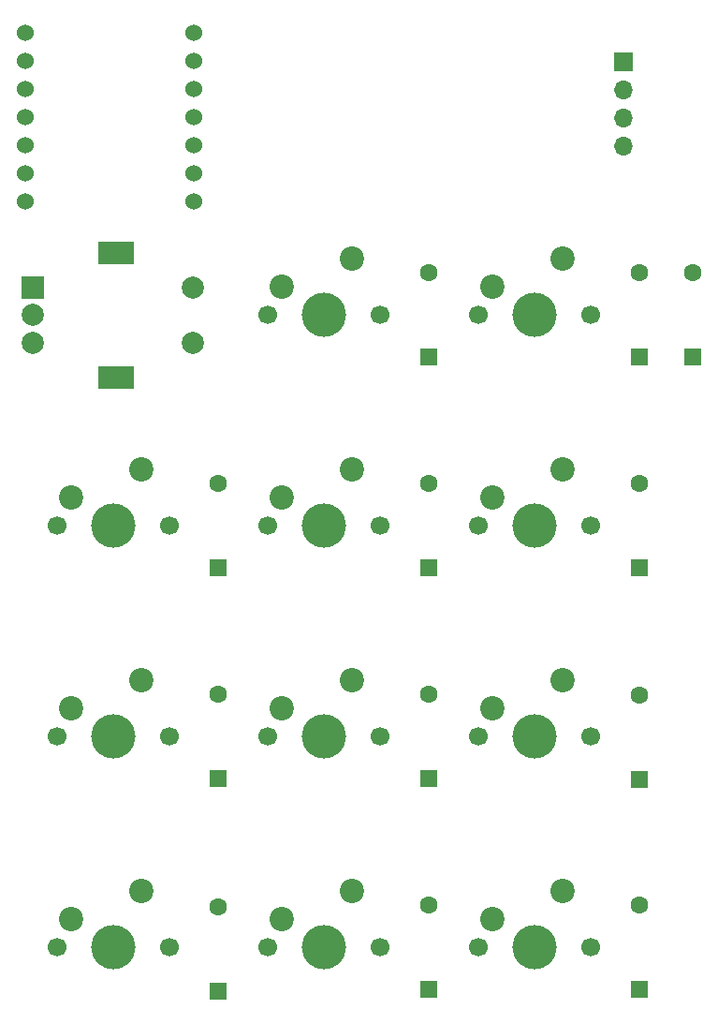
<source format=gbr>
%TF.GenerationSoftware,KiCad,Pcbnew,9.0.2*%
%TF.CreationDate,2025-06-30T11:38:54+08:00*%
%TF.ProjectId,flamepad,666c616d-6570-4616-942e-6b696361645f,rev?*%
%TF.SameCoordinates,Original*%
%TF.FileFunction,Soldermask,Bot*%
%TF.FilePolarity,Negative*%
%FSLAX46Y46*%
G04 Gerber Fmt 4.6, Leading zero omitted, Abs format (unit mm)*
G04 Created by KiCad (PCBNEW 9.0.2) date 2025-06-30 11:38:54*
%MOMM*%
%LPD*%
G01*
G04 APERTURE LIST*
G04 Aperture macros list*
%AMRoundRect*
0 Rectangle with rounded corners*
0 $1 Rounding radius*
0 $2 $3 $4 $5 $6 $7 $8 $9 X,Y pos of 4 corners*
0 Add a 4 corners polygon primitive as box body*
4,1,4,$2,$3,$4,$5,$6,$7,$8,$9,$2,$3,0*
0 Add four circle primitives for the rounded corners*
1,1,$1+$1,$2,$3*
1,1,$1+$1,$4,$5*
1,1,$1+$1,$6,$7*
1,1,$1+$1,$8,$9*
0 Add four rect primitives between the rounded corners*
20,1,$1+$1,$2,$3,$4,$5,0*
20,1,$1+$1,$4,$5,$6,$7,0*
20,1,$1+$1,$6,$7,$8,$9,0*
20,1,$1+$1,$8,$9,$2,$3,0*%
G04 Aperture macros list end*
%ADD10R,2.000000X2.000000*%
%ADD11C,2.000000*%
%ADD12R,3.200000X2.000000*%
%ADD13C,1.700000*%
%ADD14C,4.000000*%
%ADD15C,2.200000*%
%ADD16R,1.700000X1.700000*%
%ADD17O,1.700000X1.700000*%
%ADD18C,1.524000*%
%ADD19RoundRect,0.250000X0.550000X-0.550000X0.550000X0.550000X-0.550000X0.550000X-0.550000X-0.550000X0*%
%ADD20C,1.600000*%
G04 APERTURE END LIST*
D10*
%TO.C,SW1*%
X109050000Y-79000000D03*
D11*
X109050000Y-84000000D03*
X109050000Y-81500000D03*
D12*
X116550000Y-75900000D03*
X116550000Y-87100000D03*
D11*
X123550000Y-84000000D03*
X123550000Y-79000000D03*
%TD*%
D13*
%TO.C,SW10*%
X111220000Y-138650000D03*
D14*
X116300000Y-138650000D03*
D13*
X121380000Y-138650000D03*
D15*
X118840000Y-133570000D03*
X112490000Y-136110000D03*
%TD*%
D13*
%TO.C,SW12*%
X149320000Y-138650000D03*
D14*
X154400000Y-138650000D03*
D13*
X159480000Y-138650000D03*
D15*
X156940000Y-133570000D03*
X150590000Y-136110000D03*
%TD*%
D16*
%TO.C,J1*%
X162500000Y-58620000D03*
D17*
X162500000Y-61160000D03*
X162500000Y-63700000D03*
X162500000Y-66240000D03*
%TD*%
D13*
%TO.C,SW5*%
X130270000Y-100550000D03*
D14*
X135350000Y-100550000D03*
D13*
X140430000Y-100550000D03*
D15*
X137890000Y-95470000D03*
X131540000Y-98010000D03*
%TD*%
D13*
%TO.C,SW3*%
X149320000Y-81500000D03*
D14*
X154400000Y-81500000D03*
D13*
X159480000Y-81500000D03*
D15*
X156940000Y-76420000D03*
X150590000Y-78960000D03*
%TD*%
D13*
%TO.C,SW7*%
X111220000Y-119600000D03*
D14*
X116300000Y-119600000D03*
D13*
X121380000Y-119600000D03*
D15*
X118840000Y-114520000D03*
X112490000Y-117060000D03*
%TD*%
D13*
%TO.C,SW11*%
X130270000Y-138650000D03*
D14*
X135350000Y-138650000D03*
D13*
X140430000Y-138650000D03*
D15*
X137890000Y-133570000D03*
X131540000Y-136110000D03*
%TD*%
D13*
%TO.C,SW2*%
X130270000Y-81500000D03*
D14*
X135350000Y-81500000D03*
D13*
X140430000Y-81500000D03*
D15*
X137890000Y-76420000D03*
X131540000Y-78960000D03*
%TD*%
D13*
%TO.C,SW9*%
X149320000Y-119600000D03*
D14*
X154400000Y-119600000D03*
D13*
X159480000Y-119600000D03*
D15*
X156940000Y-114520000D03*
X150590000Y-117060000D03*
%TD*%
D13*
%TO.C,SW4*%
X111220000Y-100550000D03*
D14*
X116300000Y-100550000D03*
D13*
X121380000Y-100550000D03*
D15*
X118840000Y-95470000D03*
X112490000Y-98010000D03*
%TD*%
D18*
%TO.C,U1*%
X108380000Y-55980000D03*
X108380000Y-58520000D03*
X108380000Y-61060000D03*
X108380000Y-63600000D03*
X108380000Y-66140000D03*
X108380000Y-68680000D03*
X108380000Y-71220000D03*
X123620000Y-71220000D03*
X123620000Y-68680000D03*
X123620000Y-66140000D03*
X123620000Y-63600000D03*
X123620000Y-61060000D03*
X123620000Y-58520000D03*
X123620000Y-55980000D03*
%TD*%
D13*
%TO.C,SW6*%
X149320000Y-100550000D03*
D14*
X154400000Y-100550000D03*
D13*
X159480000Y-100550000D03*
D15*
X156940000Y-95470000D03*
X150590000Y-98010000D03*
%TD*%
D13*
%TO.C,SW8*%
X130270000Y-119600000D03*
D14*
X135350000Y-119600000D03*
D13*
X140430000Y-119600000D03*
D15*
X137890000Y-114520000D03*
X131540000Y-117060000D03*
%TD*%
D19*
%TO.C,D1*%
X168687500Y-85310000D03*
D20*
X168687500Y-77690000D03*
%TD*%
D19*
%TO.C,D6*%
X163925000Y-104360000D03*
D20*
X163925000Y-96740000D03*
%TD*%
D19*
%TO.C,D11*%
X144875000Y-142460000D03*
D20*
X144875000Y-134840000D03*
%TD*%
D19*
%TO.C,D4*%
X125825000Y-104360000D03*
D20*
X125825000Y-96740000D03*
%TD*%
D19*
%TO.C,D12*%
X163925000Y-142460000D03*
D20*
X163925000Y-134840000D03*
%TD*%
D19*
%TO.C,D5*%
X144875000Y-104360000D03*
D20*
X144875000Y-96740000D03*
%TD*%
D19*
%TO.C,D3*%
X163925000Y-85310000D03*
D20*
X163925000Y-77690000D03*
%TD*%
D19*
%TO.C,D2*%
X144875000Y-85310000D03*
D20*
X144875000Y-77690000D03*
%TD*%
D19*
%TO.C,D10*%
X125825000Y-142547500D03*
D20*
X125825000Y-134927500D03*
%TD*%
D19*
%TO.C,D9*%
X163925000Y-123447500D03*
D20*
X163925000Y-115827500D03*
%TD*%
D19*
%TO.C,D7*%
X125825000Y-123410000D03*
D20*
X125825000Y-115790000D03*
%TD*%
D19*
%TO.C,D8*%
X144875000Y-123410000D03*
D20*
X144875000Y-115790000D03*
%TD*%
M02*

</source>
